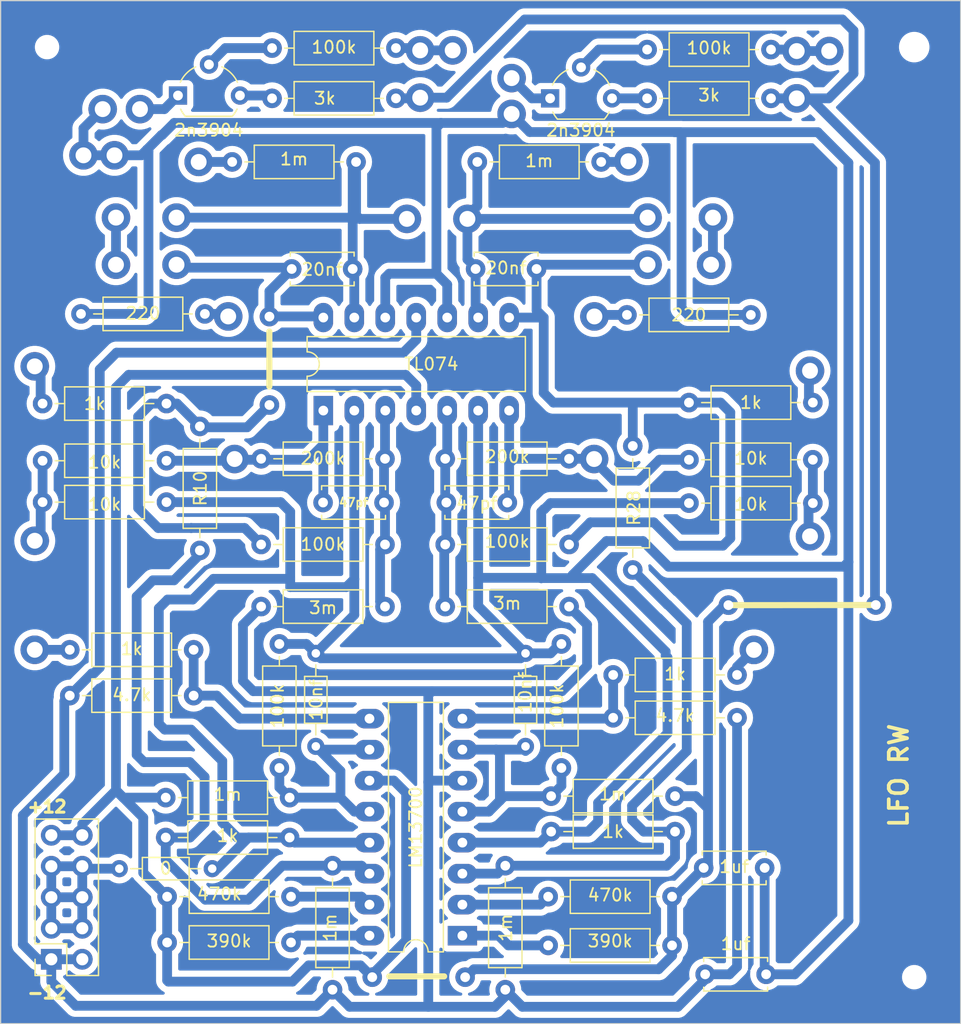
<source format=kicad_pcb>
(kicad_pcb (version 20240108) (generator "pcbnew") (generator_version "8.0")
  (layers (0 "F.Cu" signal) (31 "B.Cu" signal) (34 "B.Paste" user) (35 "F.Paste" user) (36 "B.SilkS" user "B.Silkscreen") (37 "F.SilkS" user "F.Silkscreen") (38 "B.Mask" user) (39 "F.Mask" user) (44 "Edge.Cuts" user))
  (net 0 "")
  (footprint "Resistor_THT:R_Axial_DIN0207_L6.3mm_D2.5mm_P10.16mm_Horizontal" (layer "F.Cu") (at 83.777737 128.41331)
    (property "Reference" "470k")
    (property "Value" "R_Axial_DIN0207_L6.3mm_D2.5mm_P10.16mm_Horizontal" (hide yes))
  )
  (footprint "" (layer "F.Cu") (at 72.92112 84.963602)
    (property "Reference" "")
    (property "Value" "")
  )
  (footprint "Resistor_THT:R_Axial_DIN0207_L6.3mm_D2.5mm_P10.16mm_Horizontal" (layer "F.Cu") (at 73.562735 88.015537)
    (property "Reference" "1k")
    (property "Value" "R_Axial_DIN0207_L6.3mm_D2.5mm_P10.16mm_Horizontal" (hide yes))
  )
  (footprint "" (layer "F.Cu") (at 100.6 135.01)
    (property "Reference" "")
    (property "Value" "")
  )
  (footprint "Resistor_THT:R_Axial_DIN0207_L6.3mm_D2.5mm_P10.16mm_Horizontal" (layer "F.Cu") (at 121.489422 80.749025)
    (property "Reference" "220")
    (property "Value" "R_Axial_DIN0207_L6.3mm_D2.5mm_P10.16mm_Horizontal" (hide yes))
  )
  (footprint "Resistor_THT:R_Axial_DIN0207_L6.3mm_D2.5mm_P10.16mm_Horizontal" (layer "F.Cu") (at 120.359075 113.759176)
    (property "Reference" "4.7k")
    (property "Value" "R_Axial_DIN0207_L6.3mm_D2.5mm_P10.16mm_Horizontal" (hide yes))
  )
  (footprint "Capacitor_THT:C_Disc_D5.0mm_W2.5mm_P5.00mm" (layer "F.Cu") (at 111.676862 96.121735 180)
    (property "Reference" "47pf")
    (property "Value" "C_Disc_D5.0mm_W2.5mm_P5.00mm" (hide yes))
  )
  (footprint "" (layer "F.Cu") (at 112.03 61.35)
    (property "Reference" "")
    (property "Value" "")
  )
  (footprint "" (layer "F.Cu") (at 78.492113 63.89)
    (property "Reference" "")
    (property "Value" "")
  )
  (footprint "Resistor_THT:R_Axial_DIN0207_L6.3mm_D2.5mm_P10.16mm_Horizontal" (layer "F.Cu") (at 106.584997 104.647777)
    (property "Reference" "3m")
    (property "Value" "R_Axial_DIN0207_L6.3mm_D2.5mm_P10.16mm_Horizontal" (hide yes))
  )
  (footprint "Resistor_THT:R_Axial_DIN0207_L6.3mm_D2.5mm_P10.16mm_Horizontal" (layer "F.Cu") (at 106.584997 99.561218)
    (property "Reference" "100k")
    (property "Value" "R_Axial_DIN0207_L6.3mm_D2.5mm_P10.16mm_Horizontal" (hide yes))
  )
  (footprint "Resistor_THT:R_Axial_DIN0207_L6.3mm_D2.5mm_P10.16mm_Horizontal" (layer "F.Cu") (at 116.113718 117.870308 90)
    (property "Reference" "100k")
    (property "Value" "R_Axial_DIN0207_L6.3mm_D2.5mm_P10.16mm_Horizontal" (hide yes))
  )
  (footprint "Resistor_THT:R_Axial_DIN0207_L6.3mm_D2.5mm_P10.16mm_Horizontal" (layer "F.Cu") (at 97.341894 136.036589 90)
    (property "Reference" "1m")
    (property "Value" "R_Axial_DIN0207_L6.3mm_D2.5mm_P10.16mm_Horizontal" (hide yes))
  )
  (footprint "" (layer "F.Cu") (at 135.413127 59.133168)
    (property "Reference" "")
    (property "Value" "")
  )
  (footprint "" (layer "F.Cu") (at 86.364168 68.216309)
    (property "Reference" "")
    (property "Value" "")
  )
  (footprint "Resistor_THT:R_Axial_DIN0207_L6.3mm_D2.5mm_P10.16mm_Horizontal" (layer "F.Cu") (at 115.030299 132.409891)
    (property "Reference" "390k")
    (property "Value" "R_Axial_DIN0207_L6.3mm_D2.5mm_P10.16mm_Horizontal" (hide yes))
  )
  (footprint "Resistor_THT:R_Axial_DIN0207_L6.3mm_D2.5mm_P10.16mm_Horizontal" (layer "F.Cu") (at 123.144572 59.01206)
    (property "Reference" "100k")
    (property "Value" "R_Axial_DIN0207_L6.3mm_D2.5mm_P10.16mm_Horizontal" (hide yes))
  )
  (footprint "" (layer "F.Cu") (at 123.181164 72.78)
    (property "Reference" "")
    (property "Value" "")
  )
  (footprint "Resistor_THT:R_Axial_DIN0207_L6.3mm_D2.5mm_P10.16mm_Horizontal" (layer "F.Cu") (at 83.663187 123.568968)
    (property "Reference" "1k")
    (property "Value" "R_Axial_DIN0207_L6.3mm_D2.5mm_P10.16mm_Horizontal" (hide yes))
  )
  (footprint "" (layer "F.Cu") (at 108.405922 72.883025)
    (property "Reference" "")
    (property "Value" "")
  )
  (footprint "Resistor_THT:R_Axial_DIN0204_L3.6mm_D1.6mm_P7.62mm_Horizontal" (layer "F.Cu") (at 95.972112 116.099726 90)
    (property "Reference" "10nf")
    (property "Value" "R_Axial_DIN0204_L3.6mm_D1.6mm_P7.62mm_Horizontal" (hide yes))
  )
  (footprint "Resistor_THT:R_Axial_DIN0207_L6.3mm_D2.5mm_P10.16mm_Horizontal" (layer "F.Cu") (at 111.511593 136.036589 90)
    (property "Reference" "1m")
    (property "Value" "R_Axial_DIN0207_L6.3mm_D2.5mm_P10.16mm_Horizontal" (hide yes))
  )
  (footprint "Resistor_THT:R_Axial_DIN0207_L6.3mm_D2.5mm_P10.16mm_Horizontal" (layer "F.Cu") (at 121.967297 101.648322 90)
    (property "Reference" "R28")
    (property "Value" "R_Axial_DIN0207_L6.3mm_D2.5mm_P10.16mm_Horizontal" (hide yes))
  )
  (footprint "" (layer "F.Cu") (at 136.503104 85.326927)
    (property "Reference" "")
    (property "Value" "")
  )
  (footprint "Capacitor_THT:C_Disc_D5.0mm_W2.5mm_P5.00mm" (layer "F.Cu") (at 127.904397 134.775545)
    (property "Reference" "1uf")
    (property "Value" "C_Disc_D5.0mm_W2.5mm_P5.00mm" (hide yes))
  )
  (footprint "Resistor_THT:R_Axial_DIN0207_L6.3mm_D2.5mm_P10.16mm_Horizontal" (layer "F.Cu") (at 126.57598 96.170179)
    (property "Reference" "10k")
    (property "Value" "R_Axial_DIN0207_L6.3mm_D2.5mm_P10.16mm_Horizontal" (hide yes))
  )
  (footprint "Resistor_THT:R_Axial_DIN0207_L6.3mm_D2.5mm_P10.16mm_Horizontal" (layer "F.Cu") (at 75.791132 111.942548)
    (property "Reference" "4.7k")
    (property "Value" "R_Axial_DIN0207_L6.3mm_D2.5mm_P10.16mm_Horizontal" (hide yes))
  )
  (footprint "" (layer "F.Cu") (at 141.89773 104.518759)
    (property "Reference" "")
    (property "Value" "")
  )
  (footprint "" (layer "F.Cu") (at 108.22 135.01)
    (property "Reference" "")
    (property "Value" "")
  )
  (footprint "" (layer "F.Cu") (at 131.900979 108.198275)
    (property "Reference" "")
    (property "Value" "")
  )
  (footprint "" (layer "F.Cu") (at 128.54 72.78)
    (property "Reference" "")
    (property "Value" "")
  )
  (footprint "" (layer "F.Cu") (at 129.81 104.53)
    (property "Reference" "")
    (property "Value" "")
  )
  (footprint "" (layer "F.Cu") (at 72.92112 108.188183)
    (property "Reference" "")
    (property "Value" "")
  )
  (footprint "Capacitor_THT:C_Disc_D5.0mm_W2.5mm_P5.00mm" (layer "F.Cu") (at 127.783289 126.05573)
    (property "Reference" "1uf")
    (property "Value" "C_Disc_D5.0mm_W2.5mm_P5.00mm" (hide yes))
  )
  (footprint "" (layer "F.Cu") (at 84.54754 76.63739)
    (property "Reference" "")
    (property "Value" "")
  )
  (footprint "" (layer "F.Cu") (at 89.309844 92.557752)
    (property "Reference" "")
    (property "Value" "")
  )
  (footprint "" (layer "F.Cu") (at 92.166889 80.890114)
    (property "Reference" "")
    (property "Value" "")
  )
  (footprint "Resistor_THT:R_Axial_DIN0207_L6.3mm_D2.5mm_P10.16mm_Horizontal" (layer "F.Cu") (at 76.711557 80.668286)
    (property "Reference" "220")
    (property "Value" "R_Axial_DIN0207_L6.3mm_D2.5mm_P10.16mm_Horizontal" (hide yes))
  )
  (footprint "Resistor_THT:R_Axial_DIN0207_L6.3mm_D2.5mm_P10.16mm_Horizontal" (layer "F.Cu") (at 115.272516 120.177929)
    (property "Reference" "1m")
    (property "Value" "R_Axial_DIN0207_L6.3mm_D2.5mm_P10.16mm_Horizontal" (hide yes))
  )
  (footprint "Capacitor_THT:C_Disc_D5.0mm_W2.5mm_P5.00mm" (layer "F.Cu") (at 96.566799 96.121735)
    (property "Reference" "47pf")
    (property "Value" "C_Disc_D5.0mm_W2.5mm_P5.00mm" (hide yes))
  )
  (footprint "Resistor_THT:R_Axial_DIN0207_L6.3mm_D2.5mm_P10.16mm_Horizontal" (layer "F.Cu") (at 109.217089 68.216309)
    (property "Reference" "1m")
    (property "Value" "R_Axial_DIN0207_L6.3mm_D2.5mm_P10.16mm_Horizontal" (hide yes))
  )
  (footprint "Resistor_THT:R_Axial_DIN0207_L6.3mm_D2.5mm_P10.16mm_Horizontal" (layer "F.Cu") (at 120.359075 110.247028)
    (property "Reference" "1k")
    (property "Value" "R_Axial_DIN0207_L6.3mm_D2.5mm_P10.16mm_Horizontal" (hide yes))
  )
  (footprint "Resistor_THT:R_Axial_DIN0207_L6.3mm_D2.5mm_P10.16mm_Horizontal" (layer "F.Cu") (at 91.486799 104.647777)
    (property "Reference" "3m")
    (property "Value" "R_Axial_DIN0207_L6.3mm_D2.5mm_P10.16mm_Horizontal" (hide yes))
  )
  (footprint "Package_TO_SOT_THT:TO-92L_Wide" (layer "F.Cu") (at 115.188 63.008642)
    (property "Reference" "2n3904")
    (property "Value" "TO-92L_Wide" (hide yes))
  )
  (footprint "Resistor_THT:R_Axial_DIN0207_L6.3mm_D2.5mm_P10.16mm_Horizontal" (layer "F.Cu") (at 92.981986 117.870308 90)
    (property "Reference" "100k")
    (property "Value" "R_Axial_DIN0207_L6.3mm_D2.5mm_P10.16mm_Horizontal" (hide yes))
  )
  (footprint "Package_DIP:DIP-14_W7.62mm_LongPads" (layer "F.Cu") (at 96.58761 88.587869 90)
    (property "Reference" "TL074")
    (property "Value" "DIP-14_W7.62mm_LongPads" (hide yes))
  )
  (footprint "" (layer "F.Cu") (at 81.55 63.89)
    (property "Reference" "")
    (property "Value" "")
  )
  (footprint "" (layer "F.Cu") (at 118.79547 92.557752)
    (property "Reference" "")
    (property "Value" "")
  )
  (footprint "Resistor_THT:R_Axial_DIN0207_L6.3mm_D2.5mm_P10.16mm_Horizontal" (layer "F.Cu") (at 115.030299 128.41331)
    (property "Reference" "470k")
    (property "Value" "R_Axial_DIN0207_L6.3mm_D2.5mm_P10.16mm_Horizontal" (hide yes))
  )
  (footprint "" (layer "F.Cu") (at 135.413127 63.008642)
    (property "Reference" "")
    (property "Value" "")
  )
  (footprint "Resistor_THT:R_Axial_DIN0207_L6.3mm_D2.5mm_P10.16mm_Horizontal" (layer "F.Cu") (at 89.113072 68.216309)
    (property "Reference" "1m")
    (property "Value" "R_Axial_DIN0207_L6.3mm_D2.5mm_P10.16mm_Horizontal" (hide yes))
  )
  (footprint "Resistor_THT:R_Axial_DIN0204_L3.6mm_D1.6mm_P7.62mm_Horizontal" (layer "F.Cu") (at 113.169525 116.099726 90)
    (property "Reference" "10nf")
    (property "Value" "R_Axial_DIN0204_L3.6mm_D1.6mm_P7.62mm_Horizontal" (hide yes))
  )
  (footprint "Package_DIP:DIP-16_W7.62mm_LongPads" (layer "F.Cu") (at 107.992123 131.6063 180)
    (property "Reference" "LM13700")
    (property "Value" "DIP-16_W7.62mm_LongPads" (hide yes))
  )
  (footprint "" (layer "F.Cu") (at 79.582089 72.78)
    (property "Reference" "")
    (property "Value" "")
  )
  (footprint "" (layer "F.Cu") (at 104.530449 59.076651)
    (property "Reference" "")
    (property "Value" "")
  )
  (footprint "" (layer "F.Cu") (at 121.606753 68.159792)
    (property "Reference" "")
    (property "Value" "")
  )
  (footprint "Connector_PinSocket_2.54mm:PinSocket_2x05_P2.54mm_Vertical" (layer "F.Cu") (at 74.277461 133.542881 180)
    (property "Reference" "REF**" (hide yes))
    (property "Value" "PinSocket_2x05_P2.54mm_Vertical" (hide yes))
  )
  (footprint "Resistor_THT:R_Axial_DIN0207_L6.3mm_D2.5mm_P10.16mm_Horizontal" (layer "F.Cu") (at 115.272516 123.084534)
    (property "Reference" "1k")
    (property "Value" "R_Axial_DIN0207_L6.3mm_D2.5mm_P10.16mm_Horizontal" (hide yes))
  )
  (footprint "Capacitor_THT:C_Disc_D5.0mm_W2.5mm_P5.00mm" (layer "F.Cu") (at 93.995015 76.986586)
    (property "Reference" "20nf")
    (property "Value" "C_Disc_D5.0mm_W2.5mm_P5.00mm" (hide yes))
  )
  (footprint "Resistor_THT:R_Axial_DIN0207_L6.3mm_D2.5mm_P10.16mm_Horizontal" (layer "F.Cu") (at 83.777737 132.167674)
    (property "Reference" "390k")
    (property "Value" "R_Axial_DIN0207_L6.3mm_D2.5mm_P10.16mm_Horizontal" (hide yes))
  )
  (footprint "MountingHole:MountingHole_3.2mm_M3_ISO14580" (layer "F.Cu") (at 73.93 58.81)
    (property "Reference" "REF**" (hide yes))
    (property "Value" "MountingHole_3.2mm_M3_ISO14580" (hide yes))
  )
  (footprint "" (layer "F.Cu") (at 88.786339 80.876189)
    (property "Reference" "")
    (property "Value" "")
  )
  (footprint "" (layer "F.Cu") (at 79.460981 67.675358)
    (property "Reference" "")
    (property "Value" "")
  )
  (footprint "" (layer "F.Cu") (at 79.582089 76.63739)
    (property "Reference" "")
    (property "Value" "")
  )
  (footprint "" (layer "F.Cu") (at 128.388831 76.63739)
    (property "Reference" "")
    (property "Value" "")
  )
  (footprint "Resistor_THT:R_Axial_DIN0207_L6.3mm_D2.5mm_P10.16mm_Horizontal" (layer "F.Cu") (at 83.663187 120.299037)
    (property "Reference" "1m")
    (property "Value" "R_Axial_DIN0207_L6.3mm_D2.5mm_P10.16mm_Horizontal" (hide yes))
  )
  (footprint "Resistor_THT:R_Axial_DIN0207_L6.3mm_D2.5mm_P10.16mm_Horizontal" (layer "F.Cu") (at 92.383002 58.890952)
    (property "Reference" "100k")
    (property "Value" "R_Axial_DIN0207_L6.3mm_D2.5mm_P10.16mm_Horizontal" (hide yes))
  )
  (footprint "Resistor_THT:R_Axial_DIN0207_L6.3mm_D2.5mm_P10.16mm_Horizontal" (layer "F.Cu") (at 91.486799 99.561218)
    (property "Reference" "100k")
    (property "Value" "R_Axial_DIN0207_L6.3mm_D2.5mm_P10.16mm_Horizontal" (hide yes))
  )
  (footprint "Resistor_THT:R_Axial_DIN0207_L6.3mm_D2.5mm_P10.16mm_Horizontal" (layer "F.Cu") (at 91.486799 92.536923)
    (property "Reference" "200k")
    (property "Value" "R_Axial_DIN0207_L6.3mm_D2.5mm_P10.16mm_Horizontal" (hide yes))
  )
  (footprint "Resistor_THT:R_Axial_DIN0207_L6.3mm_D2.5mm_P10.16mm_Horizontal" (layer "F.Cu") (at 123.144572 63.008642)
    (property "Reference" "3k")
    (property "Value" "R_Axial_DIN0207_L6.3mm_D2.5mm_P10.16mm_Horizontal" (hide yes))
  )
  (footprint "Resistor_THT:R_Axial_DIN0207_L6.3mm_D2.5mm_P10.16mm_Horizontal" (layer "F.Cu") (at 126.57598 87.934798)
    (property "Reference" "1k")
    (property "Value" "R_Axial_DIN0207_L6.3mm_D2.5mm_P10.16mm_Horizontal" (hide yes))
  )
  (footprint "Capacitor_THT:C_Disc_D5.0mm_W2.5mm_P5.00mm" (layer "F.Cu") (at 109.075965 76.986586)
    (property "Reference" "20nf")
    (property "Value" "C_Disc_D5.0mm_W2.5mm_P5.00mm" (hide yes))
  )
  (footprint "Resistor_THT:R_Axial_DIN0207_L6.3mm_D2.5mm_P10.16mm_Horizontal" (layer "F.Cu") (at 126.57598 92.617662)
    (property "Reference" "10k")
    (property "Value" "R_Axial_DIN0207_L6.3mm_D2.5mm_P10.16mm_Horizontal" (hide yes))
  )
  (footprint "Resistor_THT:R_Axial_DIN0207_L6.3mm_D2.5mm_P10.16mm_Horizontal" (layer "F.Cu") (at 75.791132 108.188183)
    (property "Reference" "1k")
    (property "Value" "R_Axial_DIN0207_L6.3mm_D2.5mm_P10.16mm_Horizontal" (hide yes))
  )
  (footprint "Package_TO_SOT_THT:TO-92L_Wide" (layer "F.Cu") (at 84.668648 62.776517)
    (property "Reference" "2n3904")
    (property "Value" "TO-92L_Wide" (hide yes))
  )
  (footprint "Resistor_THT:R_Axial_DIN0207_L6.3mm_D2.5mm_P10.16mm_Horizontal" (layer "F.Cu") (at 86.461436 100.046796 90)
    (property "Reference" "R10")
    (property "Value" "R_Axial_DIN0207_L6.3mm_D2.5mm_P10.16mm_Horizontal" (hide yes))
  )
  (footprint "" (layer "F.Cu") (at 76.917702 67.675358)
    (property "Reference" "")
    (property "Value" "")
  )
  (footprint "" (layer "F.Cu") (at 103.440472 72.883025)
    (property "Reference" "")
    (property "Value" "")
  )
  (footprint "Resistor_THT:R_Axial_DIN0207_L6.3mm_D2.5mm_P10.16mm_Horizontal" (layer "F.Cu") (at 92.383002 63.008642)
    (property "Reference" "3k")
    (property "Value" "R_Axial_DIN0207_L6.3mm_D2.5mm_P10.16mm_Horizontal" (hide yes))
  )
  (footprint "" (layer "F.Cu") (at 72.92112 99.25441)
    (property "Reference" "")
    (property "Value" "")
  )
  (footprint "MountingHole:MountingHole_3.2mm_M3_ISO14580" (layer "F.Cu") (at 145.05 135.01)
    (property "Reference" "REF**" (hide yes))
    (property "Value" "MountingHole_3.2mm_M3_ISO14580" (hide yes))
  )
  (footprint "" (layer "F.Cu") (at 123.181164 76.63739)
    (property "Reference" "")
    (property "Value" "")
  )
  (footprint "" (layer "F.Cu") (at 104.530449 62.952125)
    (property "Reference" "")
    (property "Value" "")
  )
  (footprint "Resistor_THT:R_Axial_DIN0204_L3.6mm_D1.6mm_P7.62mm_Horizontal" (layer "F.Cu") (at 87.473187 126.12 180)
    (property "Reference" "0")
    (property "Value" "R_Axial_DIN0204_L3.6mm_D1.6mm_P7.62mm_Horizontal" (hide yes))
  )
  (footprint "" (layer "F.Cu") (at 92.166889 88.131909)
    (property "Reference" "")
    (property "Value" "")
  )
  (footprint "" (layer "F.Cu") (at 107.194837 59.076651)
    (property "Reference" "")
    (property "Value" "")
  )
  (footprint "" (layer "F.Cu") (at 112.03 64.284319)
    (property "Reference" "")
    (property "Value" "")
  )
  (footprint "Resistor_THT:R_Axial_DIN0207_L6.3mm_D2.5mm_P10.16mm_Horizontal" (layer "F.Cu") (at 73.562735 92.698401)
    (property "Reference" "10k")
    (property "Value" "R_Axial_DIN0207_L6.3mm_D2.5mm_P10.16mm_Horizontal" (hide yes))
  )
  (footprint "MountingHole:MountingHole_3.2mm_M3_ISO14580" (layer "F.Cu") (at 145.05 58.81)
    (property "Reference" "REF**" (hide yes))
    (property "Value" "MountingHole_3.2mm_M3_ISO14580" (hide yes))
  )
  (footprint "" (layer "F.Cu") (at 118.821257 80.876189)
    (property "Reference" "")
    (property "Value" "")
  )
  (footprint "" (layer "F.Cu") (at 84.54754 72.78)
    (property "Reference" "")
    (property "Value" "")
  )
  (footprint "Resistor_THT:R_Axial_DIN0207_L6.3mm_D2.5mm_P10.16mm_Horizontal" (layer "F.Cu") (at 73.562735 96.08944)
    (property "Reference" "10k")
    (property "Value" "R_Axial_DIN0207_L6.3mm_D2.5mm_P10.16mm_Horizontal" (hide yes))
  )
  (footprint "" (layer "F.Cu") (at 138.077515 59.133168)
    (property "Reference" "")
    (property "Value" "")
  )
  (footprint "Resistor_THT:R_Axial_DIN0207_L6.3mm_D2.5mm_P10.16mm_Horizontal" (layer "F.Cu") (at 106.584997 92.536923)
    (property "Reference" "200k")
    (property "Value" "R_Axial_DIN0207_L6.3mm_D2.5mm_P10.16mm_Horizontal" (hide yes))
  )
  (footprint "" (layer "F.Cu") (at 136.503104 98.891084)
    (property "Reference" "")
    (property "Value" "")
  )
  (gr_line (start 102 134.94172) (end 106.5 134.94172) (stroke (width 0.5)) (layer "F.SilkS"))
  (gr_line (start 129.81 104.53) (end 141.842023 104.518759) (stroke (width 0.5)) (layer "F.SilkS"))
  (gr_line (start 92.161052 82.12) (end 92.161052 86.62) (stroke (width 0.5)) (layer "F.SilkS"))
  (gr_rect (start 70.12 55) (end 148.86 138.82) (stroke (width 0.1)) (fill none) (layer "Edge.Cuts"))
  (gr_text "LFO RW" (at 143.78 118.5 270) (layer "F.Cu") (effects (font (size 1.5 1.5) (thickness 0.25)) (justify mirror)))
  (gr_text "+12" (at 73.93 121.04 0) (layer "F.SilkS") (effects (font (size 1 1) (thickness 0.25))))
  (gr_text "-12" (at 73.93 136.28 0) (layer "F.SilkS") (effects (font (size 1 1) (thickness 0.25))))
  (gr_text "LFO RW" (at 143.78 118.5 90) (layer "F.SilkS") (effects (font (size 1.5 1.5) (thickness 0.3))))
  (segment (start 111.291238 65.023081) (end 112.03 64.284319) (width 0.8) (layer "B.Cu") (net 0))
  (segment (start 133.062355 63.008642) (end 135.413127 63.008642) (width 0.8) (layer "B.Cu") (net 0))
  (segment (start 105.862643 77.376152) (end 105.862643 65.386406) (width 0.8) (layer "B.Cu") (net 0))
  (segment (start 89.748648 62.776517) (end 92.029769 62.776517) (width 0.8) (layer "B.Cu") (net 0))
  (segment (start 124.666298 108.339103) (end 124.666298 108.676205) (width 0.8) (layer "B.Cu") (net 0))
  (segment (start 98.739181 137.433876) (end 105.196545 137.433876) (width 0.8) (layer "B.Cu") (net 0))
  (segment (start 93.888036 76.879607) (end 93.995015 76.986586) (width 0.8) (layer "B.Cu") (net 0))
  (segment (start 125.425709 128.41331) (end 127.783289 126.05573) (width 0.8) (layer "B.Cu") (net 0))
  (segment (start 114.427421 102.290583) (end 114.461349 102.324511) (width 0.8) (layer "B.Cu") (net 0))
  (segment (start 73.401257 85.443739) (end 72.92112 84.963602) (width 0.8) (layer "B.Cu") (net 0))
  (segment (start 111.07031 120.539236) (end 111.431617 120.177929) (width 0.8) (layer "B.Cu") (net 0))
  (segment (start 105.196545 137.433876) (end 110.64643 137.433876) (width 0.8) (layer "B.Cu") (net 0))
  (segment (start 82.246477 67.324142) (end 82.125369 67.203034) (width 0.8) (layer "B.Cu") (net 0))
  (segment (start 89.997424 106.137152) (end 89.997424 110.735329) (width 0.8) (layer "B.Cu") (net 0))
  (segment (start 124.816129 108.826036) (end 124.816129 115.028797) (width 0.8) (layer "B.Cu") (net 0))
  (segment (start 114.662027 87.144405) (end 114.662027 80.967869) (width 0.8) (layer "B.Cu") (net 0))
  (segment (start 106.584997 92.536923) (end 106.584997 96.02987) (width 0.8) (layer "B.Cu") (net 0))
  (segment (start 123.691973 97.744066) (end 125.60803 99.660123) (width 0.8) (layer "B.Cu") (net 0))
  (segment (start 124.816129 115.028797) (end 119.124028 120.720898) (width 0.8) (layer "B.Cu") (net 0))
  (segment (start 118.48141 97.744066) (end 123.691973 97.744066) (width 0.8) (layer "B.Cu") (net 0))
  (segment (start 125.966661 80.210385) (end 126.505301 80.749025) (width 0.8) (layer "B.Cu") (net 0))
  (segment (start 106.504258 104.567038) (end 106.504258 99.561218) (width 0.8) (layer "B.Cu") (net 0))
  (segment (start 110.861882 126.5263) (end 111.511593 125.876589) (width 0.8) (layer "B.Cu") (net 0))
  (segment (start 118.514448 92.536923) (end 118.57904 92.472331) (width 0.8) (layer "B.Cu") (net 0))
  (segment (start 104.20761 82.787813) (end 104.20761 80.967869) (width 0.8) (layer "B.Cu") (net 0))
  (segment (start 114.427421 102.290583) (end 114.449834 102.312996) (width 0.8) (layer "B.Cu") (net 0))
  (segment (start 135.413127 59.133168) (end 138.077515 59.133168) (width 0.8) (layer "B.Cu") (net 0))
  (segment (start 73.405554 98.769976) (end 73.405554 96.246621) (width 0.8) (layer "B.Cu") (net 0))
  (segment (start 83.094237 114.241592) (end 83.094237 104.795126) (width 0.8) (layer "B.Cu") (net 0))
  (segment (start 108.405922 72.640808) (end 108.405922 76.195434) (width 0.8) (layer "B.Cu") (net 0))
  (segment (start 118.57904 92.472331) (end 120.438056 94.331347) (width 0.8) (layer "B.Cu") (net 0))
  (segment (start 127.13209 120.177929) (end 128.085632 121.131471) (width 0.8) (layer "B.Cu") (net 0))
  (segment (start 112.03 61.35) (end 113.688642 63.008642) (width 0.8) (layer "B.Cu") (net 0))
  (segment (start 98.995015 68.494366) (end 99.273072 68.216309) (width 0.8) (layer "B.Cu") (net 0))
  (segment (start 76.917702 67.675358) (end 76.917702 65.464411) (width 0.8) (layer "B.Cu") (net 0))
  (segment (start 119.124028 120.720898) (end 119.124028 122.265464) (width 0.8) (layer "B.Cu") (net 0))
  (segment (start 110.64643 137.433876) (end 111.511593 136.568713) (width 0.8) (layer "B.Cu") (net 0))
  (segment (start 81.817289 126.452862) (end 83.777737 128.41331) (width 0.8) (layer "B.Cu") (net 0))
  (segment (start 104.34475 58.890952) (end 104.530449 59.076651) (width 0.8) (layer "B.Cu") (net 0))
  (segment (start 116.156869 111.577204) (end 118.215714 109.518359) (width 0.8) (layer "B.Cu") (net 0))
  (segment (start 111.511593 136.036589) (end 112.90888 137.433876) (width 0.8) (layer "B.Cu") (net 0))
  (segment (start 75.343291 112.390389) (end 75.791132 111.942548) (width 0.8) (layer "B.Cu") (net 0))
  (segment (start 100.372123 118.9063) (end 102.372805 118.9063) (width 0.8) (layer "B.Cu") (net 0))
  (segment (start 111.511593 125.876589) (end 124.746996 125.876589) (width 0.8) (layer "B.Cu") (net 0))
  (segment (start 106.584997 96.02987) (end 106.676862 96.121735) (width 0.8) (layer "B.Cu") (net 0))
  (segment (start 112.90888 137.433876) (end 125.663889 137.433876) (width 0.8) (layer "B.Cu") (net 0))
  (segment (start 104.473932 63.008642) (end 104.530449 62.952125) (width 0.8) (layer "B.Cu") (net 0))
  (segment (start 90.839299 111.577204) (end 105.499316 111.577204) (width 0.8) (layer "B.Cu") (net 0))
  (segment (start 99.12761 102.398574) (end 99.12761 105.324228) (width 0.8) (layer "B.Cu") (net 0))
  (segment (start 103.379917 119.913412) (end 103.379917 131.996104) (width 0.8) (layer "B.Cu") (net 0))
  (segment (start 124.084938 134.35772) (end 125.190299 133.252359) (width 0.8) (layer "B.Cu") (net 0))
  (segment (start 123.181164 72.78) (end 123.46 72.78) (width 0.8) (layer "B.Cu") (net 0))
  (segment (start 96.58761 88.587869) (end 96.58761 95.777969) (width 0.8) (layer "B.Cu") (net 0))
  (segment (start 94.05456 135.375031) (end 83.881442 135.375031) (width 0.8) (layer "B.Cu") (net 0))
  (segment (start 93.937737 128.41331) (end 99.719133 128.41331) (width 0.8) (layer "B.Cu") (net 0))
  (segment (start 120.291951 113.8263) (end 120.359075 113.759176) (width 0.8) (layer "B.Cu") (net 0))
  (segment (start 126.39054 116.482099) (end 126.39054 106.040539) (width 0.8) (layer "B.Cu") (net 0))
  (segment (start 130.519075 110.247028) (end 130.519075 109.580179) (width 0.8) (layer "B.Cu") (net 0))
  (segment (start 111.963358 92.79753) (end 112.223965 92.536923) (width 0.8) (layer "B.Cu") (net 0))
  (segment (start 126.505301 80.749025) (end 131.649422 80.749025) (width 0.8) (layer "B.Cu") (net 0))
  (segment (start 119.377089 68.216309) (end 121.550236 68.216309) (width 0.8) (layer "B.Cu") (net 0))
  (segment (start 120.438056 94.331347) (end 122.442123 94.331347) (width 0.8) (layer "B.Cu") (net 0))
  (segment (start 121.909524 120.963115) (end 126.39054 116.482099) (width 0.8) (layer "B.Cu") (net 0))
  (segment (start 113.108772 56.545483) (end 139.153842 56.545483) (width 0.8) (layer "B.Cu") (net 0))
  (segment (start 105.315623 118.9063) (end 105.196545 119.025378) (width 0.8) (layer "B.Cu") (net 0))
  (segment (start 124.746996 125.876589) (end 125.432516 125.191069) (width 0.8) (layer "B.Cu") (net 0))
  (segment (start 79.582089 86.699232) (end 79.582089 119.703587) (width 0.8) (layer "B.Cu") (net 0))
  (segment (start 88.554213 58.890952) (end 87.208648 60.236517) (width 0.8) (layer "B.Cu") (net 0))
  (segment (start 125.966661 65.96207) (end 125.966661 80.210385) (width 0.8) (layer "B.Cu") (net 0))
  (segment (start 104.530449 62.952125) (end 106.70213 62.952125) (width 0.8) (layer "B.Cu") (net 0))
  (segment (start 107.992123 129.0663) (end 114.377309 129.0663) (width 0.8) (layer "B.Cu") (net 0))
  (segment (start 93.087711 96.08944) (end 93.872897 96.874626) (width 0.8) (layer "B.Cu") (net 0))
  (segment (start 95.386754 134.042837) (end 94.05456 135.375031) (width 0.8) (layer "B.Cu") (net 0))
  (segment (start 130.519075 113.759176) (end 130.519075 134.153101) (width 0.8) (layer "B.Cu") (net 0))
  (segment (start 139.651926 68.293011) (end 137.13756 65.778645) (width 0.8) (layer "B.Cu") (net 0))
  (segment (start 115.223191 108.479726) (end 116.113718 107.589199) (width 0.8) (layer "B.Cu") (net 0))
  (segment (start 125.94591 65.941319) (end 125.966661 65.96207) (width 0.8) (layer "B.Cu") (net 0))
  (segment (start 93.872897 103.051162) (end 98.475022 103.051162) (width 0.8) (layer "B.Cu") (net 0))
  (segment (start 109.075965 76.865477) (end 109.075965 80.756224) (width 0.8) (layer "B.Cu") (net 0))
  (segment (start 129.169294 87.934798) (end 115.45242 87.934798) (width 0.8) (layer "B.Cu") (net 0))
  (segment (start 96.58761 95.777969) (end 96.566799 95.79878) (width 0.8) (layer "B.Cu") (net 0))
  (segment (start 105.499316 111.577204) (end 116.156869 111.577204) (width 0.8) (layer "B.Cu") (net 0))
  (segment (start 115.030299 132.409891) (end 111.765398 132.409891) (width 0.8) (layer "B.Cu") (net 0))
  (segment (start 73.16522 133.542881) (end 71.946563 132.324224) (width 0.8) (layer "B.Cu") (net 0))
  (segment (start 110.163246 121.4463) (end 111.07031 120.539236) (width 0.8) (layer "B.Cu") (net 0))
  (segment (start 108.412222 134.884018) (end 108.93852 134.35772) (width 0.8) (layer "B.Cu") (net 0))
  (segment (start 86.461436 89.886796) (end 86.534473 89.959833) (width 0.8) (layer "B.Cu") (net 0))
  (segment (start 99.722412 125.876589) (end 100.372123 126.5263) (width 0.8) (layer "B.Cu") (net 0))
  (segment (start 101.243104 99.964913) (end 101.646799 99.561218) (width 0.8) (layer "B.Cu") (net 0))
  (segment (start 113.169525 108.479726) (end 115.223191 108.479726) (width 0.8) (layer "B.Cu") (net 0))
  (segment (start 89.73922 113.8263) (end 100.372123 113.8263) (width 0.8) (layer "B.Cu") (net 0))
  (segment (start 101.566799 95.79878) (end 101.566799 92.697662) (width 0.8) (layer "B.Cu") (net 0))
  (segment (start 105.862643 77.376152) (end 106.74761 78.261119) (width 0.8) (layer "B.Cu") (net 0))
  (segment (start 74.277461 133.542881) (end 73.16522 133.542881) (width 0.8) (layer "B.Cu") (net 0))
  (segment (start 110.961807 131.6063) (end 107.992123 131.6063) (width 0.8) (layer "B.Cu") (net 0))
  (segment (start 86.534473 89.959833) (end 90.338965 89.959833) (width 0.8) (layer "B.Cu") (net 0))
  (segment (start 83.663187 125.420169) (end 83.663187 123.568968) (width 0.8) (layer "B.Cu") (net 0))
  (segment (start 106.676862 99.388614) (end 106.676862 96.121735) (width 0.8) (layer "B.Cu") (net 0))
  (segment (start 136.413024 87.934798) (end 136.413024 85.417007) (width 0.8) (layer "B.Cu") (net 0))
  (segment (start 76.711557 80.668286) (end 81.982056 80.668286) (width 0.8) (layer "B.Cu") (net 0))
  (segment (start 129.963242 88.728746) (end 129.169294 87.934798) (width 0.8) (layer "B.Cu") (net 0))
  (segment (start 97.341894 136.036589) (end 98.739181 137.433876) (width 0.8) (layer "B.Cu") (net 0))
  (segment (start 106.70213 62.952125) (end 113.108772 56.545483) (width 0.8) (layer "B.Cu") (net 0))
  (segment (start 90.132402 98.206821) (end 85.751244 98.206821) (width 0.8) (layer "B.Cu") (net 0))
  (segment (start 106.74761 88.587869) (end 106.74761 92.37431) (width 0.8) (layer "B.Cu") (net 0))
  (segment (start 82.125369 67.203034) (end 81.653045 67.675358) (width 0.8) (layer "B.Cu") (net 0))
  (segment (start 111.511593 136.568713) (end 111.511593 136.036589) (width 0.8) (layer "B.Cu") (net 0))
  (segment (start 108.405922 76.195434) (end 109.075965 76.865477) (width 0.8) (layer "B.Cu") (net 0))
  (segment (start 117.77897 102.312996) (end 118.640191 102.312996) (width 0.8) (layer "B.Cu") (net 0))
  (segment (start 102.543002 58.890952) (end 104.34475 58.890952) (width 0.8) (layer "B.Cu") (net 0))
  (segment (start 101.646799 99.561218) (end 101.646799 95.87878) (width 0.8) (layer "B.Cu") (net 0))
  (segment (start 99.273072 72.603209) (end 99.273072 68.216309) (width 0.8) (layer "B.Cu") (net 0))
  (segment (start 105.196545 137.433876) (end 105.196545 119.025378) (width 0.8) (layer "B.Cu") (net 0))
  (segment (start 113.688642 63.008642) (end 115.188 63.008642) (width 0.8) (layer "B.Cu") (net 0))
  (segment (start 96.49593 80.876189) (end 92.180814 80.876189) (width 0.8) (layer "B.Cu") (net 0))
  (segment (start 114.461349 96.874627) (end 114.662973 96.673003) (width 0.8) (layer "B.Cu") (net 0))
  (segment (start 120.359075 110.247028) (end 120.359075 113.759176) (width 0.8) (layer "B.Cu") (net 0))
  (segment (start 125.663889 137.433876) (end 127.843843 135.253922) (width 0.8) (layer "B.Cu") (net 0))
  (segment (start 74.277461 133.542881) (end 76.817461 133.542881) (width 0.8) (layer "B.Cu") (net 0))
  (segment (start 99.632837 134.042837) (end 95.386754 134.042837) (width 0.8) (layer "B.Cu") (net 0))
  (segment (start 75.791132 111.942548) (end 77.609779 110.123901) (width 0.8) (layer "B.Cu") (net 0))
  (segment (start 116.113718 117.749199) (end 116.113718 119.336727) (width 0.8) (layer "B.Cu") (net 0))
  (segment (start 109.217089 71.829641) (end 108.405922 72.640808) (width 0.8) (layer "B.Cu") (net 0))
  (segment (start 130.519075 134.153101) (end 129.896631 134.775545) (width 0.8) (layer "B.Cu") (net 0))
  (segment (start 137.13756 65.778645) (end 125.376551 65.778645) (width 0.8) (layer "B.Cu") (net 0))
  (segment (start 92.981986 117.870308) (end 92.981986 119.457836) (width 0.8) (layer "B.Cu") (net 0))
  (segment (start 116.113718 119.336727) (end 115.272516 120.177929) (width 0.8) (layer "B.Cu") (net 0))
  (segment (start 103.152075 83.843348) (end 104.20761 82.787813) (width 0.8) (layer "B.Cu") (net 0))
  (segment (start 101.66761 80.967869) (end 101.66761 77.695712) (width 0.8) (layer "B.Cu") (net 0))
  (segment (start 125.432516 123.084534) (end 122.864024 123.084534) (width 0.8) (layer "B.Cu") (net 0))
  (segment (start 141.831879 68.291879) (end 141.831879 104.068474) (width 0.8) (layer "B.Cu") (net 0))
  (segment (start 90.338965 89.959833) (end 92.166889 88.131909) (width 0.8) (layer "B.Cu") (net 0))
  (segment (start 140.070171 57.461812) (end 140.070171 60.971298) (width 0.8) (layer "B.Cu") (net 0))
  (segment (start 74.277461 125.922881) (end 76.817461 125.922881) (width 0.8) (layer "B.Cu") (net 0))
  (segment (start 83.663187 120.299037) (end 80.177539 120.299037) (width 0.8) (layer "B.Cu") (net 0))
  (segment (start 76.817461 123.382881) (end 76.817461 122.468215) (width 0.8) (layer "B.Cu") (net 0))
  (segment (start 100.372123 131.6063) (end 94.499111 131.6063) (width 0.8) (layer "B.Cu") (net 0))
  (segment (start 116.664258 104.728516) (end 116.664258 104.889994) (width 0.8) (layer "B.Cu") (net 0))
  (segment (start 105.862643 65.386406) (end 106.225968 65.023081) (width 0.8) (layer "B.Cu") (net 0))
  (segment (start 102.421894 63.008642) (end 104.473932 63.008642) (width 0.8) (layer "B.Cu") (net 0))
  (segment (start 124.666298 108.676205) (end 124.816129 108.826036) (width 0.8) (layer "B.Cu") (net 0))
  (segment (start 114.461349 102.324511) (end 114.461349 96.874627) (width 0.8) (layer "B.Cu") (net 0))
  (segment (start 114.37075 123.9863) (end 115.272516 123.084534) (width 0.8) (layer "B.Cu") (net 0))
  (segment (start 71.946563 121.753437) (end 75.343291 118.356709) (width 0.8) (layer "B.Cu") (net 0))
  (segment (start 92.166889 78.814712) (end 93.995015 76.986586) (width 0.8) (layer "B.Cu") (net 0))
  (segment (start 121.909524 122.130034) (end 121.909524 120.963115) (width 0.8) (layer "B.Cu") (net 0))
  (segment (start 81.982056 80.668286) (end 82.246477 80.403865) (width 0.8) (layer "B.Cu") (net 0))
  (segment (start 112.223965 92.536923) (end 116.744997 92.536923) (width 0.8) (layer "B.Cu") (net 0))
  (segment (start 83.722735 96.08944) (end 93.087711 96.08944) (width 0.8) (layer "B.Cu") (net 0))
  (segment (start 83.044322 98.210334) (end 81.398718 96.56473) (width 0.8) (layer "B.Cu") (net 0))
  (segment (start 111.07031 116.674381) (end 110.762229 116.3663) (width 0.8) (layer "B.Cu") (net 0))
  (segment (start 135.247505 134.775545) (end 132.904397 134.775545) (width 0.8) (layer "B.Cu") (net 0))
  (segment (start 115.45242 87.934798) (end 114.662027 87.144405) (width 0.8) (layer "B.Cu") (net 0))
  (segment (start 84.54754 76.879607) (end 93.888036 76.879607) (width 0.8) (layer "B.Cu") (net 0))
  (segment (start 99.552888 72.883025) (end 99.273072 72.603209) (width 0.8) (layer "B.Cu") (net 0))
  (segment (start 94.240519 123.9863) (end 93.823187 123.568968) (width 0.8) (layer "B.Cu") (net 0))
  (segment (start 82.609803 102.494063) (end 81.277609 103.826257) (width 0.8) (layer "B.Cu") (net 0))
  (segment (start 76.817461 122.468215) (end 79.582089 119.703587) (width 0.8) (layer "B.Cu") (net 0))
  (segment (start 78.249896 109.639466) (end 78.249896 85.219132) (width 0.8) (layer "B.Cu") (net 0))
  (segment (start 99.12761 77.119181) (end 98.995015 76.986586) (width 0.8) (layer "B.Cu") (net 0))
  (segment (start 81.817289 121.938787) (end 81.817289 126.452862) (width 0.8) (layer "B.Cu") (net 0))
  (segment (start 124.842354 104.492353) (end 124.811328 104.492353) (width 0.8) (layer "B.Cu") (net 0))
  (segment (start 83.777737 135.271326) (end 83.777737 132.167674) (width 0.8) (layer "B.Cu") (net 0))
  (segment (start 136.73598 92.940618) (end 136.413024 92.617662) (width 0.8) (layer "B.Cu") (net 0))
  (segment (start 97.341894 136.036589) (end 96.024972 137.353511) (width 0.8) (layer "B.Cu") (net 0))
  (segment (start 119.808815 99.278107) (end 122.799147 99.278107) (width 0.8) (layer "B.Cu") (net 0))
  (segment (start 86.364168 68.216309) (end 89.113072 68.216309) (width 0.8) (layer "B.Cu") (net 0))
  (segment (start 85.734798 114.726026) (end 83.578671 114.726026) (width 0.8) (layer "B.Cu") (net 0))
  (segment (start 135.292019 59.01206) (end 135.413127 59.133168) (width 0.8) (layer "B.Cu") (net 0))
  (segment (start 96.58761 80.967869) (end 96.49593 80.876189) (width 0.8) (layer "B.Cu") (net 0))
  (segment (start 108.405922 72.883025) (end 123.078139 72.883025) (width 0.8) (layer "B.Cu") (net 0))
  (segment (start 92.166889 80.890114) (end 92.166889 78.814712) (width 0.8) (layer "B.Cu") (net 0))
  (segment (start 97.992607 120.299037) (end 99.13987 121.4463) (width 0.8) (layer "B.Cu") (net 0))
  (segment (start 82.466562 88.015537) (end 84.590177 88.015537) (width 0.8) (layer "B.Cu") (net 0))
  (segment (start 100.6 134.776021) (end 100.6 135.01) (width 0.8) (layer "B.Cu") (net 0))
  (segment (start 123.181164 76.63739) (end 114.304052 76.63739) (width 0.8) (layer "B.Cu") (net 0))
  (segment (start 74.277461 128.462881) (end 76.817461 128.462881) (width 0.8) (layer "B.Cu") (net 0))
  (segment (start 108.93852 134.35772) (end 124.084938 134.35772) (width 0.8) (layer "B.Cu") (net 0))
  (segment (start 102.372805 118.9063) (end 103.379917 119.913412) (width 0.8) (layer "B.Cu") (net 0))
  (segment (start 136.73598 96.170179) (end 136.73598 92.940618) (width 0.8) (layer "B.Cu") (net 0))
  (segment (start 96.378213 108.885827) (end 112.763424 108.885827) (width 0.8) (layer "B.Cu") (net 0))
  (segment (start 116.744997 92.536923) (end 118.514448 92.536923) (width 0.8) (layer "B.Cu") (net 0))
  (segment (start 99.449863 72.78) (end 99.552888 72.883025) (width 0.8) (layer "B.Cu") (net 0))
  (segment (start 95.202694 107.710308) (end 95.972112 108.479726) (width 0.8) (layer "B.Cu") (net 0))
  (segment (start 105.196545 111.879975) (end 105.499316 111.577204) (width 0.8) (layer "B.Cu") (net 0))
  (segment (start 91.486799 92.617662) (end 95.353281 92.617662) (width 0.8) (layer "B.Cu") (net 0))
  (segment (start 81.55 63.89) (end 83.555165 63.89) (width 0.8) (layer "B.Cu") (net 0))
  (segment (start 94.499111 131.6063) (end 93.937737 132.167674) (width 0.8) (layer "B.Cu") (net 0))
  (segment (start 85.951132 108.188183) (end 85.951132 111.942548) (width 0.8) (layer "B.Cu") (net 0))
  (segment (start 124.155808 92.617662) (end 126.253024 92.617662) (width 0.8) (layer "B.Cu") (net 0))
  (segment (start 99.12761 80.967869) (end 99.12761 77.119181) (width 0.8) (layer "B.Cu") (net 0))
  (segment (start 132.904397 134.775545) (end 132.783289 134.654437) (width 0.8) (layer "B.Cu") (net 0))
  (segment (start 106.584997 104.647777) (end 106.504258 104.567038) (width 0.8) (layer "B.Cu") (net 0))
  (segment (start 78.249896 85.219132) (end 79.62568 83.843348) (width 0.8) (layer "B.Cu") (net 0))
  (segment (start 88.826708 92.698401) (end 88.907447 92.617662) (width 0.8) (layer "B.Cu") (net 0))
  (segment (start 77.01458 126.12) (end 79.853187 126.12) (width 0.8) (layer "B.Cu") (net 0))
  (segment (start 103.440472 72.883025) (end 99.552888 72.883025) (width 0.8) (layer "B.Cu") (net 0))
  (segment (start 114.075965 80.381807) (end 114.075965 76.865477) (width 0.8) (layer "B.Cu") (net 0))
  (segment (start 125.190299 132.409891) (end 125.190299 128.41331) (width 0.8) (layer "B.Cu") (net 0))
  (segment (start 107.992123 123.9863) (end 114.37075 123.9863) (width 0.8) (layer "B.Cu") (net 0))
  (segment (start 79.460981 67.675358) (end 76.917702 67.675358) (width 0.8) (layer "B.Cu") (net 0))
  (segment (start 86.903018 128.66) (end 83.663187 125.420169) (width 0.8) (layer "B.Cu") (net 0))
  (segment (start 104.20761 86.531699) (end 103.335887 85.659976) (width 0.8) (layer "B.Cu") (net 0))
  (segment (start 93.823187 123.568968) (end 90.451032 123.568968) (width 0.8) (layer "B.Cu") (net 0))
  (segment (start 121.967297 91.488322) (end 121.967297 88.376096) (width 0.8) (layer "B.Cu") (net 0))
  (segment (start 112.790052 108.859199) (end 113.169525 108.479726) (width 0.8) (layer "B.Cu") (net 0))
  (segment (start 82.125369 67.203034) (end 83.318289 66.010114) (width 0.8) (layer "B.Cu") (net 0))
  (segment (start 82.246477 80.403865) (end 82.246477 67.324142) (width 0.8) (layer "B.Cu") (net 0))
  (segment (start 85.751244 98.206821) (end 85.747731 98.210334) (width 0.8) (layer "B.Cu") (net 0))
  (segment (start 74.277461 135.357461) (end 74.277461 133.542881) (width 0.8) (layer "B.Cu") (net 0))
  (segment (start 75.343291 118.356709) (end 75.343291 112.390389) (width 0.8) (layer "B.Cu") (net 0))
  (segment (start 119.124028 122.265464) (end 118.304958 123.084534) (width 0.8) (layer "B.Cu") (net 0))
  (segment (start 92.180814 80.876189) (end 92.166889 80.890114) (width 0.8) (layer "B.Cu") (net 0))
  (segment (start 87.855468 111.942548) (end 89.73922 113.8263) (width 0.8) (layer "B.Cu") (net 0))
  (segment (start 81.277609 116.78487) (end 81.883153 117.390414) (width 0.8) (layer "B.Cu") (net 0))
  (segment (start 122.864024 123.084534) (end 121.909524 122.130034) (width 0.8) (layer "B.Cu") (net 0))
  (segment (start 83.318289 66.010114) (end 83.367609 66.010114) (width 0.8) (layer "B.Cu") (net 0))
  (segment (start 97.992607 120.299037) (end 97.992607 118.120221) (width 0.8) (layer "B.Cu") (net 0))
  (segment (start 124.811328 104.492353) (end 121.967297 101.648322) (width 0.8) (layer "B.Cu") (net 0))
  (segment (start 112.03 64.284319) (end 113.513578 65.767897) (width 0.8) (layer "B.Cu") (net 0))
  (segment (start 106.225968 65.023081) (end 111.291238 65.023081) (width 0.8) (layer "B.Cu") (net 0))
  (segment (start 79.62568 83.843348) (end 103.152075 83.843348) (width 0.8) (layer "B.Cu") (net 0))
  (segment (start 110.762229 116.3663) (end 113.056626 116.3663) (width 0.8) (layer "B.Cu") (net 0))
  (segment (start 114.304052 76.63739) (end 114.075965 76.865477) (width 0.8) (layer "B.Cu") (net 0))
  (segment (start 96.024972 137.353511) (end 76.273511 137.353511) (width 0.8) (layer "B.Cu") (net 0))
  (segment (start 81.883153 117.390414) (end 85.637517 117.390414) (width 0.8) (layer "B.Cu") (net 0))
  (segment (start 101.98717 77.376152) (end 105.862643 77.376152) (width 0.8) (layer "B.Cu") (net 0))
  (segment (start 139.651926 100.992316) (end 139.651926 68.293011) (width 0.8) (layer "B.Cu") (net 0))
  (segment (start 119.184582 59.01206) (end 117.728 60.468642) (width 0.8) (layer "B.Cu") (net 0))
  (segment (start 130.519075 109.580179) (end 131.900979 108.198275) (width 0.8) (layer "B.Cu") (net 0))
  (segment (start 107.992123 121.4463) (end 110.163246 121.4463) (width 0.8) (layer "B.Cu") (net 0))
  (segment (start 85.747731 98.210334) (end 83.044322 98.210334) (width 0.8) (layer "B.Cu") (net 0))
  (segment (start 81.277609 103.826257) (end 81.277609 116.78487) (width 0.8) (layer "B.Cu") (net 0))
  (segment (start 91.486799 99.561218) (end 90.132402 98.206821) (width 0.8) (layer "B.Cu") (net 0))
  (segment (start 135.413127 63.008642) (end 136.548642 63.008642) (width 0.8) (layer "B.Cu") (net 0))
  (segment (start 79.582089 72.78) (end 79.582089 76.63739) (width 0.8) (layer "B.Cu") (net 0))
  (segment (start 135.413127 63.008642) (end 136.16 63.008642) (width 0.8) (layer "B.Cu") (net 0))
  (segment (start 92.029769 62.776517) (end 92.261894 63.008642) (width 0.8) (layer "B.Cu") (net 0))
  (segment (start 109.28761 102.290583) (end 114.427421 102.290583) (width 0.8) (layer "B.Cu") (net 0))
  (segment (start 97.992607 118.120221) (end 95.972112 116.099726) (width 0.8) (layer "B.Cu") (net 0))
  (segment (start 83.578671 114.726026) (end 83.094237 114.241592) (width 0.8) (layer "B.Cu") (net 0))
  (segment (start 98.475022 103.051162) (end 99.12761 102.398574) (width 0.8) (layer "B.Cu") (net 0))
  (segment (start 88.578436 80.668286) (end 88.786339 80.876189) (width 0.8) (layer "B.Cu") (net 0))
  (segment (start 77.765461 110.123901) (end 78.249896 109.639466) (width 0.8) (layer "B.Cu") (net 0))
  (segment (start 109.217089 68.216309) (end 109.217089 71.829641) (width 0.8) (layer "B.Cu") (net 0))
  (segment (start 107.992123 126.5263) (end 110.861882 126.5263) (width 0.8) (layer "B.Cu") (net 0))
  (segment (start 103.379917 131.996104) (end 100.6 134.776021) (width 0.8) (layer "B.Cu") (net 0))
  (segment (start 77.609779 110.123901) (end 77.765461 110.123901) (width 0.8) (layer "B.Cu") (net 0))
  (segment (start 129.963242 99.054581) (end 129.963242 88.728746) (width 0.8) (layer "B.Cu") (net 0))
  (segment (start 88.907447 92.617662) (end 91.486799 92.617662) (width 0.8) (layer "B.Cu") (net 0))
  (segment (start 80.177539 120.299037) (end 79.582089 119.703587) (width 0.8) (layer "B.Cu") (net 0))
  (segment (start 126.39054 106.040539) (end 124.842354 104.492353) (width 0.8) (layer "B.Cu") (net 0))
  (segment (start 72.92112 84.963602) (end 73.284445 84.963602) (width 0.8) (layer "B.Cu") (net 0))
  (segment (start 125.60803 99.660123) (end 129.3577 99.660123) (width 0.8) (layer "B.Cu") (net 0))
  (segment (start 139.26692 101.377322) (end 139.651926 100.992316) (width 0.8) (layer "B.Cu") (net 0))
  (segment (start 85.879734 104.068474) (end 87.575253 102.372955) (width 0.8) (layer "B.Cu") (net 0))
  (segment (start 139.651926 100.992316) (end 139.651926 130.371124) (width 0.8) (layer "B.Cu") (net 0))
  (segment (start 122.799147 99.278107) (end 124.898362 101.377322) (width 0.8) (layer "B.Cu") (net 0))
  (segment (start 79.582089 119.703587) (end 81.817289 121.938787) (width 0.8) (layer "B.Cu") (net 0))
  (segment (start 71.946563 132.324224) (end 71.946563 121.753437) (width 0.8) (layer "B.Cu") (net 0))
  (segment (start 99.12761 105.324228) (end 95.972112 108.479726) (width 0.8) (layer "B.Cu") (net 0))
  (segment (start 83.881442 135.375031) (end 83.777737 135.271326) (width 0.8) (layer "B.Cu") (net 0))
  (segment (start 93.823187 120.299037) (end 97.992607 120.299037) (width 0.8) (layer "B.Cu") (net 0))
  (segment (start 125.432516 120.177929) (end 127.13209 120.177929) (width 0.8) (layer "B.Cu") (net 0))
  (segment (start 73.562735 96.08944) (end 73.562735 92.698401) (width 0.8) (layer "B.Cu") (net 0))
  (segment (start 76.817461 128.462881) (end 76.817461 125.922881) (width 0.8) (layer "B.Cu") (net 0))
  (segment (start 107.992123 113.8263) (end 120.291951 113.8263) (width 0.8) (layer "B.Cu") (net 0))
  (segment (start 113.513578 65.767897) (end 125.909003 65.767897) (width 0.8) (layer "B.Cu") (net 0))
  (segment (start 101.646799 88.60868) (end 101.66761 88.587869) (width 0.8) (layer "B.Cu") (net 0))
  (segment (start 129.896631 134.775545) (end 127.904397 134.775545) (width 0.8) (layer "B.Cu") (net 0))
  (segment (start 106.74761 78.261119) (end 106.74761 80.967869) (width 0.8) (layer "B.Cu") (net 0))
  (segment (start 81.398718 96.56473) (end 81.398718 89.083381) (width 0.8) (layer "B.Cu") (net 0))
  (segment (start 95.972112 108.479726) (end 96.378213 108.885827) (width 0.8) (layer "B.Cu") (net 0))
  (segment (start 120.268 63.008642) (end 122.902355 63.008642) (width 0.8) (layer "B.Cu") (net 0))
  (segment (start 74.277461 128.462881) (end 74.277461 125.922881) (width 0.8) (layer "B.Cu") (net 0))
  (segment (start 118.215714 109.518359) (end 118.215714 106.118494) (width 0.8) (layer "B.Cu") (net 0))
  (segment (start 128.139458 125.699561) (end 128.139458 105.892258) (width 0.8) (layer "B.Cu") (net 0))
  (segment (start 91.486799 104.647777) (end 89.997424 106.137152) (width 0.8) (layer "B.Cu") (net 0))
  (segment (start 84.54754 72.78) (end 99.449863 72.78) (width 0.8) (layer "B.Cu") (net 0))
  (segment (start 136.413024 85.417007) (end 136.503104 85.326927) (width 0.8) (layer "B.Cu") (net 0))
  (segment (start 92.981986 107.710308) (end 95.202694 107.710308) (width 0.8) (layer "B.Cu") (net 0))
  (segment (start 83.722735 92.698401) (end 88.826708 92.698401) (width 0.8) (layer "B.Cu") (net 0))
  (segment (start 93.872897 96.874626) (end 93.872897 102.372955) (width 0.8) (layer "B.Cu") (net 0))
  (segment (start 114.662027 80.967869) (end 114.075965 80.381807) (width 0.8) (layer "B.Cu") (net 0))
  (segment (start 86.848602 122.373152) (end 85.652786 123.568968) (width 0.8) (layer "B.Cu") (net 0))
  (segment (start 103.335887 85.659976) (end 80.621345 85.659976) (width 0.8) (layer "B.Cu") (net 0))
  (segment (start 88.301904 122.340816) (end 88.301904 117.293132) (width 0.8) (layer "B.Cu") (net 0))
  (segment (start 84.590177 88.015537) (end 86.461436 89.886796) (width 0.8) (layer "B.Cu") (net 0))
  (segment (start 100.372123 116.3663) (end 96.238686 116.3663) (width 0.8) (layer "B.Cu") (net 0))
  (segment (start 113.056626 116.3663) (end 113.169525 116.479199) (width 0.8) (layer "B.Cu") (net 0))
  (segment (start 76.917702 65.464411) (end 78.492113 63.89) (width 0.8) (layer "B.Cu") (net 0))
  (segment (start 107.992123 118.9063) (end 105.315623 118.9063) (width 0.8) (layer "B.Cu") (net 0))
  (segment (start 80.621345 85.659976) (end 79.582089 86.699232) (width 0.8) (layer "B.Cu") (net 0))
  (segment (start 136.548642 63.008642) (end 141.831879 68.291879) (width 0.8) (layer "B.Cu") (net 0))
  (segment (start 89.530056 123.568968) (end 88.301904 122.340816) (width 0.8) (layer "B.Cu") (net 0))
  (segment (start 96.238686 116.3663) (end 95.972112 116.099726) (width 0.8) (layer "B.Cu") (net 0))
  (segment (start 124.898362 101.377322) (end 139.26692 101.377322) (width 0.8) (layer "B.Cu") (net 0))
  (segment (start 111.07031 120.539236) (end 111.07031 116.674381) (width 0.8) (layer "B.Cu") (net 0))
  (segment (start 116.744997 104.647777) (end 116.664258 104.728516) (width 0.8) (layer "B.Cu") (net 0))
  (segment (start 90.451032 123.568968) (end 87.9 126.12) (width 0.8) (layer "B.Cu") (net 0))
  (segment (start 114.449834 102.312996) (end 117.791237 102.312996) (width 0.8) (layer "B.Cu") (net 0))
  (segment (start 95.353281 92.617662) (end 96.589337 91.381606) (width 0.8) (layer "B.Cu") (net 0))
  (segment (start 81.653045 67.675358) (end 79.460981 67.675358) (width 0.8) (layer "B.Cu") (net 0))
  (segment (start 85.951132 111.942548) (end 87.855468 111.942548) (width 0.8) (layer "B.Cu") (net 0))
  (segment (start 84.342408 102.494063) (end 82.609803 102.494063) (width 0.8) (layer "B.Cu") (net 0))
  (segment (start 106.504258 99.561218) (end 106.676862 99.388614) (width 0.8) (layer "B.Cu") (net 0))
  (segment (start 109.28761 102.290583) (end 109.28761 104.597811) (width 0.8) (layer "B.Cu") (net 0))
  (segment (start 101.646799 92.617662) (end 101.646799 88.60868) (width 0.8) (layer "B.Cu") (net 0))
  (segment (start 104.20761 88.587869) (end 104.20761 86.531699) (width 0.8) (layer "B.Cu") (net 0))
  (segment (start 83.777737 128.41331) (end 83.777737 132.167674) (width 0.8) (layer "B.Cu") (net 0))
  (segment (start 74.277461 131.002881) (end 76.817461 131.002881) (width 0.8) (layer "B.Cu") (net 0))
  (segment (start 99.719133 128.41331) (end 100.372123 129.0663) (width 0.8) (layer "B.Cu") (net 0))
  (segment (start 98.995015 76.986586) (end 98.995015 68.494366) (width 0.8) (layer "B.Cu") (net 0))
  (segment (start 76.817461 131.002881) (end 76.817461 128.462881) (width 0.8) (layer "B.Cu") (net 0))
  (segment (start 90.44 128.66) (end 86.903018 128.66) (width 0.8) (layer "B.Cu") (net 0))
  (segment (start 89.997424 110.735329) (end 90.839299 111.577204) (width 0.8) (layer "B.Cu") (net 0))
  (segment (start 101.243104 104.244082) (end 101.243104 99.964913) (width 0.8) (layer "B.Cu") (net 0))
  (segment (start 112.763424 108.885827) (end 113.169525 108.479726) (width 0.8) (layer "B.Cu") (net 0))
  (segment (start 111.82761 80.967869) (end 114.662027 80.967869) (width 0.8) (layer "B.Cu") (net 0))
  (segment (start 125.190299 128.41331) (end 125.425709 128.41331) (width 0.8) (layer "B.Cu") (net 0))
  (segment (start 87.575253 102.372955) (end 93.872897 102.372955) (width 0.8) (layer "B.Cu") (net 0))
  (segment (start 118.821257 80.749025) (end 121.489422 80.749025) (width 0.8) (layer "B.Cu") (net 0))
  (segment (start 101.646799 104.647777) (end 101.243104 104.244082) (width 0.8) (layer "B.Cu") (net 0))
  (segment (start 125.190299 133.252359) (end 125.190299 132.409891) (width 0.8) (layer "B.Cu") (net 0))
  (segment (start 85.652786 123.568968) (end 83.663187 123.568968) (width 0.8) (layer "B.Cu") (net 0))
  (segment (start 117.031317 102.055605) (end 119.808815 99.278107) (width 0.8) (layer "B.Cu") (net 0))
  (segment (start 123.078139 72.883025) (end 123.181164 72.78) (width 0.8) (layer "B.Cu") (net 0))
  (segment (start 114.377309 129.0663) (end 115.030299 128.41331) (width 0.8) (layer "B.Cu") (net 0))
  (segment (start 122.442123 94.331347) (end 124.155808 92.617662) (width 0.8) (layer "B.Cu") (net 0))
  (segment (start 86.461436 100.375035) (end 84.342408 102.494063) (width 0.8) (layer "B.Cu") (net 0))
  (segment (start 118.304958 123.084534) (end 115.272516 123.084534) (width 0.8) (layer "B.Cu") (net 0))
  (segment (start 127.783289 126.05573) (end 128.139458 125.699561) (width 0.8) (layer "B.Cu") (net 0))
  (segment (start 83.367609 66.010114) (end 84.354642 65.023081) (width 0.8) (layer "B.Cu") (net 0))
  (segment (start 99.13987 121.4463) (end 100.372123 121.4463) (width 0.8) (layer "B.Cu") (net 0))
  (segment (start 111.82761 88.587869) (end 111.82761 95.970987) (width 0.8) (layer "B.Cu") (net 0))
  (segment (start 81.398718 89.083381) (end 82.466562 88.015537) (width 0.8) (layer "B.Cu") (net 0))
  (segment (start 139.651926 130.371124) (end 135.247505 134.775545) (width 0.8) (layer "B.Cu") (net 0))
  (segment (start 133.304572 59.01206) (end 135.292019 59.01206) (width 0.8) (layer "B.Cu") (net 0))
  (segment (start 140.070171 60.971298) (end 138.032827 63.008642) (width 0.8) (layer "B.Cu") (net 0))
  (segment (start 125.432516 125.191069) (end 125.432516 123.084534) (width 0.8) (layer "B.Cu") (net 0))
  (segment (start 111.765398 132.409891) (end 110.961807 131.6063) (width 0.8) (layer "B.Cu") (net 0))
  (segment (start 114.708485 96.673003) (end 115.211309 96.170179) (width 0.8) (layer "B.Cu") (net 0))
  (segment (start 123.144572 59.01206) (end 119.184582 59.01206) (width 0.8) (layer "B.Cu") (net 0))
  (segment (start 128.388831 76.63739) (end 128.54 76.486221) (width 0.8) (layer "B.Cu") (net 0))
  (segment (start 117.179115 102.203403) (end 117.031317 102.055605) (width 0.8) (layer "B.Cu") (net 0))
  (segment (start 83.555165 63.89) (end 84.668648 62.776517) (width 0.8) (layer "B.Cu") (net 0))
  (segment (start 86.871557 80.668286) (end 88.578436 80.668286) (width 0.8) (layer "B.Cu") (net 0))
  (segment (start 92.383002 58.890952) (end 88.554213 58.890952) (width 0.8) (layer "B.Cu") (net 0))
  (segment (start 105.196545 119.025378) (end 105.196545 111.879975) (width 0.8) (layer "B.Cu") (net 0))
  (segment (start 93.872897 102.372955) (end 93.872897 103.051162) (width 0.8) (layer "B.Cu") (net 0))
  (segment (start 83.820889 104.068474) (end 85.879734 104.068474) (width 0.8) (layer "B.Cu") (net 0))
  (segment (start 86.848602 118.601499) (end 86.848602 122.373152) (width 0.8) (layer "B.Cu") (net 0))
  (segment (start 109.075965 80.756224) (end 109.28761 80.967869) (width 0.8) (layer "B.Cu") (net 0))
  (segment (start 97.341894 125.876589) (end 93.223411 125.876589) (width 0.8) (layer "B.Cu") (net 0))
  (segment (start 101.66761 77.695712) (end 101.98717 77.376152) (width 0.8) (layer "B.Cu") (net 0))
  (segment (start 107.992123 116.3663) (end 110.762229 116.3663) (width 0.8) (layer "B.Cu") (net 0))
  (segment (start 118.640191 102.312996) (end 124.666298 108.339103) (width 0.8) (layer "B.Cu") (net 0))
  (segment (start 106.74761 92.37431) (end 106.584997 92.536923) (width 0.8) (layer "B.Cu") (net 0))
  (segment (start 86.461436 100.046796) (end 86.461436 100.375035) (width 0.8) (layer "B.Cu") (net 0))
  (segment (start 100.372123 123.9863) (end 94.240519 123.9863) (width 0.8) (layer "B.Cu") (net 0))
  (segment (start 138.032827 63.008642) (end 135.413127 63.008642) (width 0.8) (layer "B.Cu") (net 0))
  (segment (start 72.92112 99.25441) (end 73.405554 98.769976) (width 0.8) (layer "B.Cu") (net 0))
  (segment (start 128.092117 134.775545) (end 127.904397 134.775545) (width 0.8) (layer "B.Cu") (net 0))
  (segment (start 136.381995 96.524164) (end 136.73598 96.170179) (width 0.8) (layer "B.Cu") (net 0))
  (segment (start 84.354642 65.023081) (end 106.225968 65.023081) (width 0.8) (layer "B.Cu") (net 0))
  (segment (start 101.566799 92.697662) (end 101.646799 92.617662) (width 0.8) (layer "B.Cu") (net 0))
  (segment (start 128.139458 105.892258) (end 129.478808 104.552908) (width 0.8) (layer "B.Cu") (net 0))
  (segment (start 109.28761 104.597811) (end 113.169525 108.479726) (width 0.8) (layer "B.Cu") (net 0))
  (segment (start 118.215714 106.118494) (end 116.744997 104.647777) (width 0.8) (layer "B.Cu") (net 0))
  (segment (start 129.3577 99.660123) (end 129.963242 99.054581) (width 0.8) (layer "B.Cu") (net 0))
  (segment (start 114.662973 96.673003) (end 114.708485 96.673003) (width 0.8) (layer "B.Cu") (net 0))
  (segment (start 111.82761 95.970987) (end 111.676862 96.121735) (width 0.8) (layer "B.Cu") (net 0))
  (segment (start 128.54 76.486221) (end 128.54 72.78) (width 0.8) (layer "B.Cu") (net 0))
  (segment (start 73.405554 96.246621) (end 73.562735 96.08944) (width 0.8) (layer "B.Cu") (net 0))
  (segment (start 111.431617 120.177929) (end 115.272516 120.177929) (width 0.8) (layer "B.Cu") (net 0))
  (segment (start 93.223411 125.876589) (end 90.44 128.66) (width 0.8) (layer "B.Cu") (net 0))
  (segment (start 85.637517 117.390414) (end 86.848602 118.601499) (width 0.8) (layer "B.Cu") (net 0))
  (segment (start 109.28761 88.587869) (end 109.28761 102.290583) (width 0.8) (layer "B.Cu") (net 0))
  (segment (start 116.664258 99.561218) (end 118.48141 97.744066) (width 0.8) (layer "B.Cu") (net 0))
  (segment (start 74.277461 123.382881) (end 76.817461 123.382881) (width 0.8) (layer "B.Cu") (net 0))
  (segment (start 139.153842 56.545483) (end 140.070171 57.461812) (width 0.8) (layer "B.Cu") (net 0))
  (segment (start 101.646799 95.87878) (end 101.566799 95.79878) (width 0.8) (layer "B.Cu") (net 0))
  (segment (start 132.783289 134.654437) (end 132.783289 126.05573) (width 0.8) (layer "B.Cu") (net 0))
  (segment (start 73.401257 88.015537) (end 73.401257 85.443739) (width 0.8) (layer "B.Cu") (net 0))
  (segment (start 83.094237 104.795126) (end 83.820889 104.068474) (width 0.8) (layer "B.Cu") (net 0))
  (segment (start 72.92112 108.188183) (end 75.791132 108.188183) (width 0.8) (layer "B.Cu") (net 0))
  (segment (start 115.211309 96.170179) (end 126.57598 96.170179) (width 0.8) (layer "B.Cu") (net 0))
  (segment (start 88.301904 117.293132) (end 85.734798 114.726026) (width 0.8) (layer "B.Cu") (net 0))
  (segment (start 100.6 135.01) (end 99.632837 134.042837) (width 0.8) (layer "B.Cu") (net 0))
  (segment (start 93.823187 123.568968) (end 89.530056 123.568968) (width 0.8) (layer "B.Cu") (net 0))
  (segment (start 74.277461 131.002881) (end 74.277461 128.462881) (width 0.8) (layer "B.Cu") (net 0))
  (segment (start 76.273511 137.353511) (end 74.277461 135.357461) (width 0.8) (layer "B.Cu") (net 0))
  (segment (start 99.12761 102.398574) (end 99.12761 88.587869) (width 0.8) (layer "B.Cu") (net 0))
  (segment (start 76.817461 125.922881) (end 77.01458 126.12) (width 0.8) (layer "B.Cu") (net 0))
  (segment (start 136.381995 98.891084) (end 136.381995 96.524164) (width 0.8) (layer "B.Cu") (net 0))
  (segment (start 104.530449 59.076651) (end 107.194837 59.076651) (width 0.8) (layer "B.Cu") (net 0))
  (segment (start 121.550236 68.216309) (end 121.606753 68.159792) (width 0.8) (layer "B.Cu") (net 0))
  (segment (start 92.981986 119.457836) (end 93.823187 120.299037) (width 0.8) (layer "B.Cu") (net 0))
  (segment (start 97.341894 125.876589) (end 99.722412 125.876589) (width 0.8) (layer "B.Cu") (net 0))
  (zone (net 0) (net_name "") (layer "B.Cu") (connect_pads (clearance 0.508)) (min_thickness 0.254) (fill yes (thermal_gap 0.508) (thermal_bridge_width 0.508))
    (polygon (pts (xy 148.86 138.82) (xy 70.12 138.82) (xy 70.12 55) (xy 148.86 55)))
  )
)
</source>
